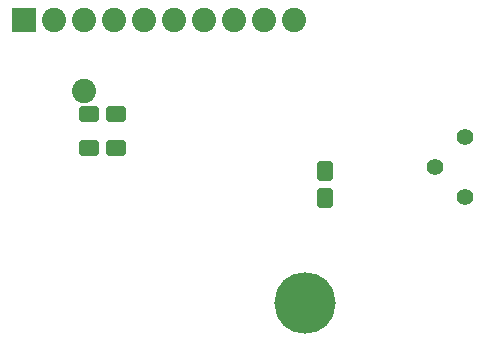
<source format=gbr>
%TF.GenerationSoftware,Altium Limited,Altium Designer,24.0.1 (36)*%
G04 Layer_Color=8388736*
%FSLAX45Y45*%
%MOMM*%
%TF.SameCoordinates,8AA56912-9505-4270-891B-A046144FA8B4*%
%TF.FilePolarity,Negative*%
%TF.FileFunction,Soldermask,Top*%
%TF.Part,Single*%
G01*
G75*
%TA.AperFunction,SMDPad,CuDef*%
G04:AMPARAMS|DCode=22|XSize=1.624mm|YSize=1.37mm|CornerRadius=0.14525mm|HoleSize=0mm|Usage=FLASHONLY|Rotation=180.000|XOffset=0mm|YOffset=0mm|HoleType=Round|Shape=RoundedRectangle|*
%AMROUNDEDRECTD22*
21,1,1.62400,1.07950,0,0,180.0*
21,1,1.33350,1.37000,0,0,180.0*
1,1,0.29050,-0.66675,0.53975*
1,1,0.29050,0.66675,0.53975*
1,1,0.29050,0.66675,-0.53975*
1,1,0.29050,-0.66675,-0.53975*
%
%ADD22ROUNDEDRECTD22*%
G04:AMPARAMS|DCode=23|XSize=1.624mm|YSize=1.37mm|CornerRadius=0.14525mm|HoleSize=0mm|Usage=FLASHONLY|Rotation=90.000|XOffset=0mm|YOffset=0mm|HoleType=Round|Shape=RoundedRectangle|*
%AMROUNDEDRECTD23*
21,1,1.62400,1.07950,0,0,90.0*
21,1,1.33350,1.37000,0,0,90.0*
1,1,0.29050,0.53975,0.66675*
1,1,0.29050,0.53975,-0.66675*
1,1,0.29050,-0.53975,-0.66675*
1,1,0.29050,-0.53975,0.66675*
%
%ADD23ROUNDEDRECTD23*%
%TA.AperFunction,ComponentPad*%
%ADD24C,5.20320*%
%ADD25C,2.05320*%
%ADD26R,2.05320X2.05320*%
%ADD27C,1.40320*%
%TA.AperFunction,ViaPad*%
%ADD28C,2.05320*%
D22*
X8803600Y7950000D02*
D03*
X8800000Y7665495D02*
D03*
X8571400D02*
D03*
X8575000Y7950000D02*
D03*
D23*
X10575000Y7464300D02*
D03*
Y7235700D02*
D03*
D24*
X10400000Y6350000D02*
D03*
D25*
X10306000Y8750000D02*
D03*
X10052000D02*
D03*
X8782000D02*
D03*
X8528000D02*
D03*
X8274000D02*
D03*
X9036000D02*
D03*
X9290000D02*
D03*
X9544000D02*
D03*
X9798000D02*
D03*
D26*
X8020000D02*
D03*
D27*
X11500000Y7500000D02*
D03*
X11754000Y7246000D02*
D03*
Y7754000D02*
D03*
D28*
X8528000Y8150000D02*
D03*
%TF.MD5,300cf66924d6862693b8b44e13b1afaf*%
M02*

</source>
